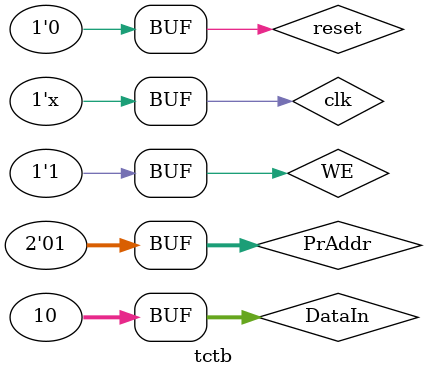
<source format=v>
`timescale 1ns / 1ps


module tctb;

	// Inputs
	reg clk;
	reg reset;
	reg [3:2] PrAddr;
	reg WE;
	reg [31:0] DataIn;

	// Outputs
	wire [31:0] DataOut;
	wire InterruptRequest;

	// Instantiate the Unit Under Test (UUT)
		//Ctrl: 		[3:3] 0 no interrupt
	//				  1 allow interrupt
	//		¡¡		[2:1]	00 mode 0
	//						01 mode 1
	//				[0:0] 0  stop counting
	//						1  allow counting
	
	//Ctrl 	short addr 	00
	//Preset         	 	01
	//Count           	10
	TC uut (
		.clk(clk), 
		.reset(reset), 
		.PrAddr(PrAddr), 
		.WE(WE), 
		.DataIn(DataIn), 
		.DataOut(DataOut), 
		.InterruptRequest(InterruptRequest)
	);

	initial begin
		// Initialize Inputs
		clk = 0;
		reset = 0;
		PrAddr = 0;
		WE = 0;
		DataIn = 0;

		// Wait 100 ns for global reset to finish
	//Ctrl 	short addr 	00
	//Preset         	 	01
	//Count           	10
		#90;
		WE = 1;
		PrAddr = 0;
		DataIn = 32'b1011;
		#20
		WE = 1;
		PrAddr = 1;
		DataIn = 10;
		

	end
   always #10 clk = ~clk;
endmodule


</source>
